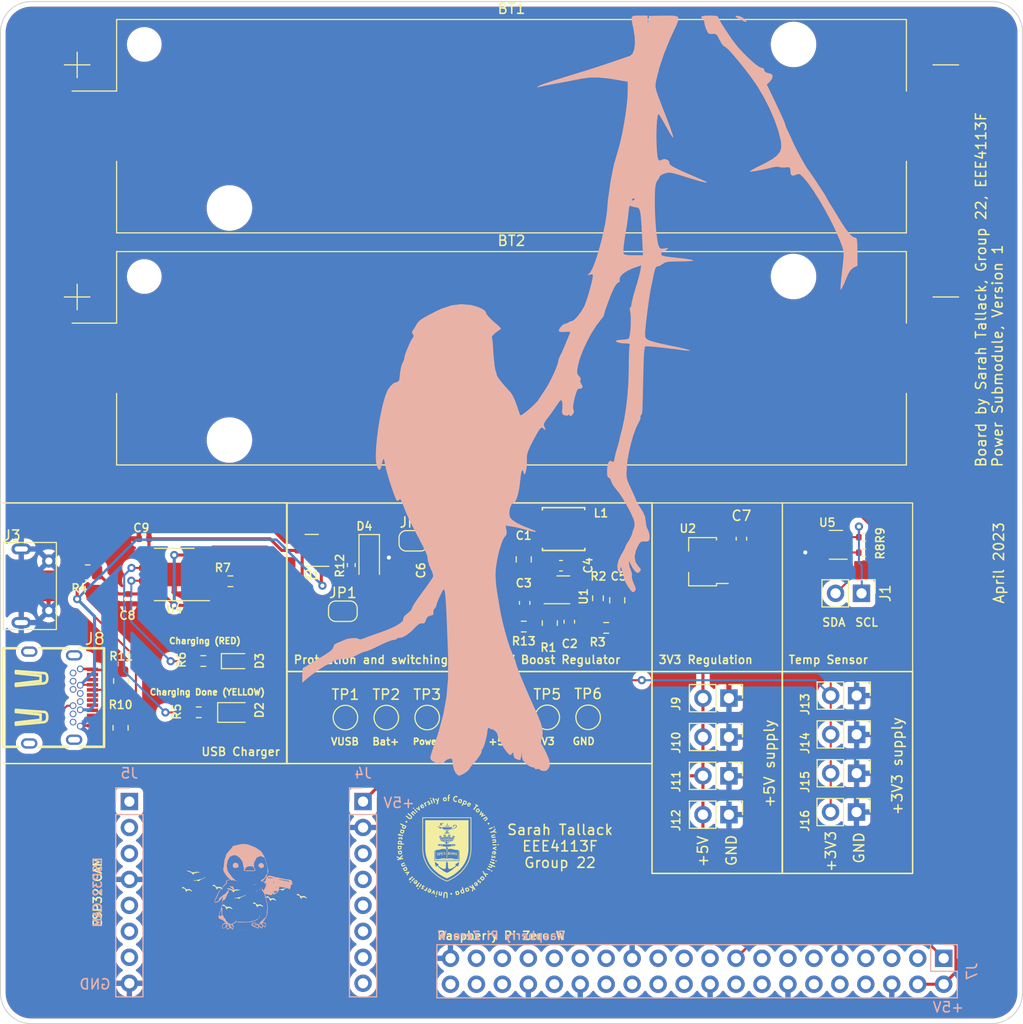
<source format=kicad_pcb>
(kicad_pcb (version 20211014) (generator pcbnew)
  (layers (0 "F.Cu" signal) (31 "B.Cu" signal) (34 "B.Paste" user) (35 "F.Paste" user) (36 "B.SilkS" user "B.Silkscreen") (37 "F.SilkS" user "F.Silkscreen") (38 "B.Mask" user) (39 "F.Mask" user) (44 "Edge.Cuts" user))
  (net 0 "")
  (net 1 "GND")
  (net 2 "/Sensors/SCL")
  (net 3 "/Sensors/SDA")
  (net 4 "Net-(L1-Pad2)")
  (net 5 "Net-(C2-Pad2)")
  (net 6 "Net-(C3-Pad2)")
  (net 7 "Net-(C3-Pad1)")
  (net 8 "Net-(C4-Pad1)")
  (net 9 "Net-(C8-Pad1)")
  (net 10 "Net-(D2-Pad1)")
  (net 11 "Net-(D3-Pad1)")
  (net 12 "/VoltageSupply/VUSB")
  (net 13 "Net-(R5-Pad2)")
  (net 14 "Net-(R6-Pad2)")
  (net 15 "Net-(R7-Pad1)")
  (net 18 "Net-(D4-Pad1)")
  (net 19 "/VoltageSupply/Bat+")
  (net 20 "/VoltageSupply/Power")
  (net 21 "/Microcontrollers/+5VReg")
  (net 22 "/Sensors/+3V3Reg")
  (net 23 "Net-(R2-Pad2)")
  (net 26 "/Microcontrollers/GPIO4")
  (net 27 "/Microcontrollers/GPIO2")
  (net 28 "/Microcontrollers/GPIO14")
  (net 29 "/Microcontrollers/GPIO15")
  (net 30 "/Microcontrollers/GPIO13")
  (net 31 "/Microcontrollers/GPIO12")
  (net 32 "/Microcontrollers/3.3V")
  (net 33 "/Microcontrollers/GPIO16")
  (net 34 "/Microcontrollers/GPIO0")
  (net 35 "/Microcontrollers/3.3V{slash}5V")
  (net 36 "/Microcontrollers/GPIO3")
  (net 37 "/Microcontrollers/GPIO1")
  (net 38 "/Microcontrollers/+3V3")
  (net 39 "/Microcontrollers/GPIO[2]{slash}SDA1")
  (net 40 "/Microcontrollers/GPIO[3]{slash}SCL1")
  (net 41 "/Microcontrollers/GPIO[4]{slash}GPCLK0")
  (net 42 "/Microcontrollers/GPIO[14]{slash}TXD0")
  (net 43 "/Microcontrollers/GPIO[15]{slash}RXD0")
  (net 44 "/Microcontrollers/GPIO[17]")
  (net 45 "/Microcontrollers/GPIO[18]{slash}PCM.CLK")
  (net 46 "/Microcontrollers/GPIO[27]")
  (net 47 "/Microcontrollers/GPIO[22]")
  (net 48 "/Microcontrollers/GPIO[23]")
  (net 49 "/Microcontrollers/GPIO[24]")
  (net 50 "/Microcontrollers/GPIO[10]{slash}SPI0.MOSI")
  (net 51 "/Microcontrollers/GPIO[9]{slash}SPI0.MISO")
  (net 52 "/Microcontrollers/GPIO[25]")
  (net 53 "/Microcontrollers/GPIO[11]{slash}SPI0.SCLK")
  (net 54 "/Microcontrollers/GPIO[8]{slash}SPI0.CE0")
  (net 55 "/Microcontrollers/GPIO[7]{slash}SPI0.CE1")
  (net 56 "/Microcontrollers/ID_SDA")
  (net 57 "/Microcontrollers/ID_SCL")
  (net 58 "/Microcontrollers/GPIO[5]")
  (net 59 "/Microcontrollers/GPIO[6]")
  (net 60 "/Microcontrollers/GPIO[12]{slash}PWM0")
  (net 61 "/Microcontrollers/GPIO[13]{slash}PWM1")
  (net 62 "/Microcontrollers/GPIO[19]{slash}PCM.FS")
  (net 63 "/Microcontrollers/GPIO[16]")
  (net 64 "/Microcontrollers/GPIO26")
  (net 65 "/Microcontrollers/GPIO[20]{slash}PCM.DIN")
  (net 66 "/Microcontrollers/GPIO[21]{slash}PCM.DOUT")
  (net 69 "Net-(J8-PadA5)")
  (net 77 "Net-(J8-PadB5)")
  (net 83 "/VoltageSupply/Reg")
  (footprint "Resistor_SMD:R_0402_1005Metric" (layer "F.Cu") (at 91.571574 96.731058 90)
    (fp_text reference "R12")
    (fp_text value "100k")
  )
  (footprint "Resistor_SMD:R_0805_2012Metric" (layer "F.Cu") (at 69 112.656142 -90)
    (fp_text reference "R10")
    (fp_text value "5.1k")
  )
  (footprint "TestPoint:TestPoint_Pad_D2.0mm" (layer "F.Cu") (at 99 111.656142)
    (fp_text reference "TP3")
    (fp_text value "TestPoint")
  )
  (footprint "LOGO" (layer "F.Cu") (at 81.5 129.5)
    (fp_text reference "G***" hide)
    (fp_text value "LOGO" hide)
  )
  (footprint "Resistor_SMD:R_0805_2012Metric" (layer "F.Cu") (at 65.780757 97.454584)
    (fp_text reference "R4")
    (fp_text value "330m")
  )
  (footprint "TestPoint:TestPoint_Pad_D2.0mm" (layer "F.Cu") (at 103 111.656142)
    (fp_text reference "TP7")
    (fp_text value "TestPoint")
  )
  (footprint "Package_TO_SOT_SMD:SOT-89-3" (layer "F.Cu") (at 126.25 96.406142 180)
    (fp_text reference "U2")
    (fp_text value "HT75xx-1-SOT89")
  )
  (footprint "Connector_PinHeader_2.54mm:PinHeader_1x02_P2.54mm_Vertical" (layer "F.Cu") (at 141.5 99.5 -90)
    (fp_text reference "J1")
    (fp_text value "Conn_01x02_Male")
  )
  (footprint "Connector_PinHeader_2.54mm:PinHeader_1x02_P2.54mm_Vertical" (layer "F.Cu") (at 128.525 121.156142 -90)
    (fp_text reference "J12")
    (fp_text value "Conn_01x02_Male")
  )
  (footprint "Capacitor_SMD:C_0402_1005Metric" (layer "F.Cu") (at 71.3 94.166142 180)
    (fp_text reference "C9")
    (fp_text value "10uF")
  )
  (footprint "LED_SMD:LED_0603_1608Metric" (layer "F.Cu") (at 80.346313 106.13688)
    (fp_text reference "D3")
    (fp_text value "RLED")
  )
  (footprint "Capacitor_SMD:C_0805_2012Metric" (layer "F.Cu") (at 108.448019 96.180404 90)
    (fp_text reference "C1")
    (fp_text value "4.7u")
  )
  (footprint "TestPoint:TestPoint_Pad_D2.0mm" (layer "F.Cu") (at 95 111.656142)
    (fp_text reference "TP2")
    (fp_text value "TestPoint")
  )
  (footprint "TestPoint:TestPoint_Pad_D2.0mm" (layer "F.Cu") (at 110.75 111.632996)
    (fp_text reference "TP5")
    (fp_text value "TestPoint")
  )
  (footprint "Package_TO_SOT_SMD:SOT-23" (layer "F.Cu") (at 87.703163 95.297117 180)
    (fp_text reference "Q1")
    (fp_text value "Si2301CDS")
  )
  (footprint "Capacitor_SMD:C_0805_2012Metric" (layer "F.Cu") (at 117.600926 100.179746 90)
    (fp_text reference "C5")
    (fp_text value "1u")
  )
  (footprint "Battery:BatteryHolder_Keystone_1042_1x18650" (layer "F.Cu") (at 107.25 53.79)
    (fp_text reference "BT1")
    (fp_text value "Li-Ion Battery")
  )
  (footprint "Resistor_SMD:R_0603_1608Metric" (layer "F.Cu") (at 79.75 98.318161)
    (fp_text reference "R7")
    (fp_text value "1.2k")
  )
  (footprint "Resistor_SMD:R_0603_1608Metric" (layer "F.Cu") (at 115.7101 99.979559 -90)
    (fp_text reference "R2")
    (fp_text value "180k")
  )
  (footprint "Capacitor_SMD:C_0402_1005Metric" (layer "F.Cu") (at 69.750812 100.044799 -90)
    (fp_text reference "C8")
    (fp_text value "10uF")
  )
  (footprint "Resistor_SMD:R_0603_1608Metric" (layer "F.Cu") (at 108.448725 102.75 180)
    (fp_text reference "R13")
    (fp_text value "1k")
  )
  (footprint "SarahFootprints:USB-TYPE-C-TH_USB-306A-B-SU" (layer "F.Cu") (at 63.155 109.696315 -90)
    (fp_text reference "J8")
    (fp_text value "USB_C_Receptacle" hide)
  )
  (footprint "Resistor_SMD:R_0603_1608Metric" (layer "F.Cu") (at 76.6475 111.141142 180)
    (fp_text reference "R5")
    (fp_text value "1k")
  )
  (footprint "TestPoint:TestPoint_Pad_D2.0mm" (layer "F.Cu") (at 114.75 111.632996)
    (fp_text reference "TP6")
    (fp_text value "TestPoint")
  )
  (footprint "Jumper:SolderJumper-2_P1.3mm_Open_RoundedPad1.0x1.5mm" (layer "F.Cu") (at 90.75 101.25)
    (fp_text reference "JP1")
    (fp_text value "Jumper_2_Open")
  )
  (footprint "SarahFootprints:C404969_Micro_USB" (layer "F.Cu") (at 57.575636 98.761938 90)
    (fp_text reference "J3")
    (fp_text value "USB_Micro_B_Female_Connector")
  )
  (footprint "Capacitor_SMD:C_0603_1608Metric" (layer "F.Cu") (at 129.75 94.156142 90)
    (fp_text reference "C7")
    (fp_text value "100n")
  )
  (footprint "Capacitor_SMD:C_0603_1608Metric" (layer "F.Cu") (at 112.905423 102.275685 90)
    (fp_text reference "C2")
    (fp_text value "100n")
  )
  (footprint "LOGO" (layer "F.Cu") (at 101 124.25)
    (fp_text reference "G***" hide)
    (fp_text value "LOGO" hide)
  )
  (footprint "Resistor_SMD:R_0402_1005Metric" (layer "F.Cu") (at 141.75 94.009432 180)
    (fp_text reference "R9")
    (fp_text value "10k")
  )
  (footprint "Battery:BatteryHolder_Keystone_1042_1x18650" (layer "F.Cu") (at 107.25 76.5)
    (fp_text reference "BT2")
    (fp_text value "Li-Ion Battery")
  )
  (footprint "Connector_PinHeader_2.54mm:PinHeader_1x02_P2.54mm_Vertical" (layer "F.Cu") (at 141.025 117.106142 -90)
    (fp_text reference "J15")
    (fp_text value "Conn_01x02_Male")
  )
  (footprint "Capacitor_SMD:C_0603_1608Metric" (layer "F.Cu") (at 112.094018 96.797165 180)
    (fp_text reference "C4")
    (fp_text value "100n")
  )
  (footprint "Package_SO:HSOP-8-1EP_3.9x4.9mm_P1.27mm_EP2.3x2.3mm" (layer "F.Cu") (at 74.25 97.656142 180)
    (fp_text reference "U4")
    (fp_text value "TP4056_1")
  )
  (footprint "TestPoint:TestPoint_Pad_D2.0mm" (layer "F.Cu") (at 91 111.656142)
    (fp_text reference "TP1")
    (fp_text value "TestPoint")
  )
  (footprint "Diode_SMD:D_SOD-123" (layer "F.Cu") (at 93.329492 95.9953 -90)
    (fp_text reference "D4")
    (fp_text value "Diode")
  )
  (footprint "Capacitor_SMD:C_0603_1608Metric" (layer "F.Cu") (at 100.461631 97.230718)
    (fp_text reference "C6")
    (fp_text value "100n")
  )
  (footprint "Package_SON:WSON-10-1EP_2.5x2.5mm_P0.5mm_EP1.2x2mm" (layer "F.Cu") (at 111.698019 99.155075)
    (fp_text reference "U1")
    (fp_text value "TPS63030DSKR")
  )
  (footprint "Resistor_SMD:R_0603_1608Metric" (layer "F.Cu") (at 116.521264 102.880355)
    (fp_text reference "R3")
    (fp_text value "20k")
  )
  (footprint "Connector_PinHeader_2.54mm:PinHeader_1x02_P2.54mm_Vertical" (layer "F.Cu") (at 141.025 113.306142 -90)
    (fp_text reference "J14")
    (fp_text value "Conn_01x02_Male")
  )
  (footprint "Connector_PinHeader_2.54mm:PinHeader_1x02_P2.54mm_Vertical" (layer "F.Cu") (at 141.012716 120.906142 -90)
    (fp_text reference "J16")
    (fp_text value "Conn_01x02_Male")
  )
  (footprint "Connector_PinHeader_2.54mm:PinHeader_1x02_P2.54mm_Vertical" (layer "F.Cu") (at 128.525 117.356142 -90)
    (fp_text reference "J11")
    (fp_text value "Conn_01x02_Male")
  )
  (footprint "Resistor_SMD:R_0603_1608Metric" (layer "F.Cu") (at 77.096313 106.12134 180)
    (fp_text reference "R6")
    (fp_text value "1k")
  )
  (footprint "Capacitor_SMD:C_0603_1608Metric" (layer "F.Cu") (at 108.538762 100.432441 90)
    (fp_text reference "C3")
    (fp_text value "100n")
  )
  (footprint "SarahFootprints:IND-SMD_L4.0-W4.0" (layer "F.Cu") (at 112.349862 93.210018)
    (fp_text reference "L1")
    (fp_text value "4.7u" hide)
  )
  (footprint "Resistor_SMD:R_0402_1005Metric" (layer "F.Cu") (at 141.738711 95.522068 180)
    (fp_text reference "R8")
    (fp_text value "10k")
  )
  (footprint "Jumper:SolderJumper-2_P1.3mm_Open_RoundedPad1.0x1.5mm" (layer "F.Cu") (at 97.648905 94.359409)
    (fp_text reference "JP2")
    (fp_text value "Jumper_2_Open")
  )
  (footprint "Connector_PinHeader_2.54mm:PinHeader_1x02_P2.54mm_Vertical" (layer "F.Cu") (at 141.025 109.506142 -90)
    (fp_text reference "J13")
    (fp_text value "Conn_01x02_Male")
  )
  (footprint "Resistor_SMD:R_0805_2012Metric" (layer "F.Cu") (at 111 102.4125 -90)
    (fp_text reference "R1")
    (fp_text value "200k")
  )
  (footprint "Connector_PinHeader_2.54mm:PinHeader_1x02_P2.54mm_Vertical" (layer "F.Cu") (at 128.525 109.756142 -90)
    (fp_text reference "J9")
    (fp_text value "Conn_01x02_Male")
  )
  (footprint "Connector_PinHeader_2.54mm:PinHeader_1x02_P2.54mm_Vertical" (layer "F.Cu") (at 128.525 113.556142 -90)
    (fp_text reference "J10")
    (fp_text value "Conn_01x02_Male")
  )
  (footprint "TestPoint:TestPoint_Pad_D2.0mm" (layer "F.Cu") (at 106.75 111.632996)
    (fp_text reference "TP4")
    (fp_text value "TestPoint")
  )
  (footprint "LED_SMD:LED_0805_2012Metric" (layer "F.Cu") (at 80.1875 111.156142)
    (fp_text reference "D2")
    (fp_text value "YLED")
  )
  (footprint "Resistor_SMD:R_0805_2012Metric" (layer "F.Cu") (at 69.055645 108.073079 -90)
    (fp_text reference "R11")
    (fp_text value "5.1k")
  )
  (footprint "Sensor_Humidity:Sensirion_DFN-8-1EP_2.5x2.5mm_P0.5mm_EP1.1x1.7mm" (layer "F.Cu") (at 139 94.75 180)
    (fp_text reference "U5")
    (fp_text value "SHT30-DIS")
  )
  (footprint "LOGO" (layer "B.Cu") (at 81.365491 128.662288 180)
    (fp_text reference "G***" hide)
    (fp_text value "LOGO" hide)
  )
  (footprint "Connector_PinSocket_2.54mm:PinSocket_1x08_P2.54mm_Vertical" (layer "B.Cu") (at 92.725 119.875 180)
    (fp_text reference "J4")
    (fp_text value "Conn_01x08_Male")
  )
  (footprint "Connector_PinSocket_2.54mm:PinSocket_2x20_P2.54mm_Vertical" (layer "B.Cu") (at 149.54 135.21 90)
    (fp_text reference "J7")
    (fp_text value "GPIO")
  )
  (footprint "LOGO" (layer "B.Cu") (at 114 85.5 180)
    (fp_text reference "G***" hide)
    (fp_text value "LOGO" hide)
  )
  (footprint "Connector_PinSocket_2.54mm:PinSocket_1x08_P2.54mm_Vertical" (layer "B.Cu") (at 69.859465 119.875 180)
    (fp_text reference "J5")
    (fp_text value "Conn_01x08_Male")
  )
  (gr_rect (start 105.23347 90.666056) (end 85.291046 107.149006) (layer "F.SilkS") (width 0.15) (fill none))
  (gr_line (start 85.5 116.156142) (end 57.5 116.156142) (layer "F.SilkS") (width 0.15))
  (gr_rect (start 133.75 90.656142) (end 146.5 107.156142) (layer "F.SilkS") (width 0.12) (fill none))
  (gr_rect (start 105.25 90.656142) (end 121 107.156142) (layer "F.SilkS") (width 0.15) (fill none))
  (gr_rect (start 121 90.656142) (end 133.75 107.156142) (layer "F.SilkS") (width 0.12) (fill none))
  (gr_line (start 57.5 90.656142) (end 85.25 90.656142) (layer "F.SilkS") (width 0.15))
  (gr_rect (start 133.75 107.156142) (end 146.5 126.906142) (layer "F.SilkS") (width 0.15) (fill none))
  (gr_rect (start 121 107.156142) (end 133.75 126.906142) (layer "F.SilkS") (width 0.15) (fill none))
  (gr_line (start 85.25 90.656142) (end 85.25 116.156142) (layer "F.SilkS") (width 0.15))
  (gr_rect (start 85.291046 107.149006) (end 121 116.156142) (layer "F.SilkS") (width 0.15) (fill none))
  (gr_line (start 60.25 41.59264) (end 154.25736 41.59264) (layer "Edge.Cuts") (width 0.1))
  (gr_arc (start 60.25 141.6) (mid 58.12868 140.72132) (end 57.25 138.6) (layer "Edge.Cuts") (width 0.1))
  (gr_arc (start 154.25736 41.59264) (mid 156.37868 42.47132) (end 157.25736 44.59264) (layer "Edge.Cuts") (width 0.1))
  (gr_line (start 57.25 44.59264) (end 57.25 138.6) (layer "Edge.Cuts") (width 0.1))
  (gr_line (start 157.25 138.6) (end 157.25736 44.59264) (layer "Edge.Cuts") (width 0.1))
  (gr_arc (start 57.25 44.59264) (mid 58.12868 42.47132) (end 60.25 41.59264) (layer "Edge.Cuts") (width 0.1))
  (gr_line (start 60.25 141.6) (end 154.25 141.6) (layer "Edge.Cuts") (width 0.1))
  (gr_arc (start 157.25 138.6) (mid 156.37132 140.72132) (end 154.25 141.6) (layer "Edge.Cuts") (width 0.1))
  (gr_text "GND\n" (at 66.5 137.75) (layer "B.SilkS") (effects (font (size 1 1)) (justify mirror)))
  (gr_text "+5V" (at 96.25 120) (layer "B.SilkS") (effects (font (size 1 1)) (justify mirror)))
  (gr_text "+5V" (at 150 140) (layer "B.SilkS") (effects (font (size 1 1)) (justify mirror)))
  (gr_text "ESP32 CAM" (at 66.75 128.75 90) (layer "B.SilkS") (effects (font (size 0.8 0.8)) (justify mirror)))
  (gr_text "Raspberry Pi Zero W" (at 106.25 133) (layer "B.SilkS") (effects (font (size 0.8 0.8)) (justify mirror)))
  (gr_text "USB Charger" (at 80.75 115) (layer "F.SilkS") (effects (font (size 0.8 0.8))))
  (gr_text "Bat+" (at 94.95 114.006142) (layer "F.SilkS") (effects (font (size 0.7 0.7))))
  (gr_text "Board by Sarah Tallack, Group 22, EEE4113F\nPower Submodule, Version 1" (at 154 87.25 90) (layer "F.SilkS") (effects (font (size 1 1)) (justify left)))
  (gr_text "Charging Done (YELLOW)" (at 77.487115 109.166467) (layer "F.SilkS") (effects (font (size 0.6 0.6))))
  (gr_text "5V Boost Regulator" (at 112 106) (layer "F.SilkS") (effects (font (size 0.8 0.8))))
  (gr_text "Temp Sensor" (at 138.25 106) (layer "F.SilkS") (effects (font (size 0.8 0.8))))
  (gr_text "+5V\n" (at 125.980093 124.747124 90) (layer "F.SilkS") (effects (font (size 1 1))))
  (gr_text "GND" (at 128.775 124.656142 90) (layer "F.SilkS") (effects (font (size 1 1))))
  (gr_text "Charging (RED)\n" (at 77.25 104.156142) (layer "F.SilkS") (effects (font (size 0.6 0.6))))
  (gr_text "+3V3 supply\n" (at 145 116.406142 90) (layer "F.SilkS") (effects (font (size 1 1))))
  (gr_text "+5V supply" (at 132.5 116.156142 90) (layer "F.SilkS") (effects (font (size 1 1))))
  (gr_text "Power" (at 98.95 114.006142) (layer "F.SilkS") (effects (font (size 0.6 0.6))))
  (gr_text "April 2023" (at 154.94 96.52 90) (layer "F.SilkS") (effects (font (size 1 1))))
  (gr_text "3V3 Regulation" (at 126.25 106) (layer "F.SilkS") (effects (font (size 0.8 0.8))))
  (gr_text "+3V3" (at 138.5 124.75 90) (layer "F.SilkS") (effects (font (size 1 1))))
  (gr_text "SDA" (at 138.79 102.343858) (layer "F.SilkS") (effects (font (size 0.8 0.8))))
  (gr_text "Protection and switching" (at 93.5 106) (layer "F.SilkS") (effects (font (size 0.8 0.8))))
  (gr_text "Reg" (at 103 114) (layer "F.SilkS") (effects (font (size 0.6 0.6))))
  (gr_text "+3V3" (at 110.064744 113.982996) (layer "F.SilkS") (effects (font (size 0.7 0.7))))
  (gr_text "SCL" (at 142 102.343858) (layer "F.SilkS") (effects (font (size 0.8 0.8))))
  (gr_text "GND" (at 114.314744 113.982996) (layer "F.SilkS") (effects (font (size 0.7 0.7))))
  (gr_text "GND" (at 141.262716 124.406142 90) (layer "F.SilkS") (effects (font (size 1 1))))
  (gr_text "VUSB" (at 90.95 114.006142) (layer "F.SilkS") (effects (font (size 0.7 0.7))))
  (gr_text "Sarah Tallack\nEEE4113F\nGroup 22" (at 112 124.25) (layer "F.SilkS") (effects (font (size 1 1))))
  (gr_text "ESP32 CAM" (at 66.75 128.75 90) (layer "F.SilkS") (effects (font (size 0.8 0.8))))
  (gr_text "Raspberry Pi Zero W" (at 106.25 133) (layer "F.SilkS") (effects (font (size 0.8 0.8))))
  (gr_text "+5V" (at 106.064744 114.000358) (layer "F.SilkS") (effects (font (size 0.7 0.7))))
  (segment (start 69.055645 107.160579) (end 68.891381 106.996315) (width 0.25) (layer "F.Cu") (net 1))
  (segment (start 68.891381 106.996315) (end 66.75 106.996315) (width 0.25) (layer "F.Cu") (net 1))
  (segment (start 111.319018 96.797165) (end 111.350926 96.829073) (width 0.2) (layer "F.Cu") (net 1))
  (segment (start 111.350926 98.807982) (end 111.698019 99.155075) (width 0.2) (layer "F.Cu") (net 1))
  (segment (start 59.450636 99.411938) (end 59.300636 99.561938) (width 0.25) (layer "F.Cu") (net 1))
  (segment (start 66.2 106.896315) (end 66.25 106.946315) (width 0.25) (layer "F.Cu") (net 1))
  (segment (start 137.825 95) (end 137.825 95.5) (width 0.2) (layer "F.Cu") (net 1))
  (segment (start 140.175 95) (end 139.25 95) (width 0.2) (layer "F.Cu") (net 1))
  (segment (start 111.350926 96.829073) (end 111.350926 98.807982) (width 0.2) (layer "F.Cu") (net 1))
  (segment (start 61.950636 101.161938) (end 61.975636 101.186938) (width 0.25) (layer "F.Cu") (net 1))
  (segment (start 66.25 112.446315) (end 65.1 112.446315) (width 0.25) (layer "F.Cu") (net 1))
  (segment (start 61.950636 99.411938) (end 59.450636 99.411938) (width 0.25) (layer "F.Cu") (net 1))
  (segment (start 65.1 112.446315) (end 65.05 112.496315) (width 0.25) (layer "F.Cu") (net 1))
  (segment (start 137.825 95.5) (end 138.5 95.5) (width 0.2) (layer "F.Cu") (net 1))
  (segment (start 76.725 97.021142) (end 75.206203 97.021142) (width 0.2) (layer "F.Cu") (net 1))
  (segment (start 68.297327 112.446315) (end 69 111.743642) (width 0.25) (layer "F.Cu") (net 1))
  (segment (start 110.485519 97.630664) (end 111.319018 96.797165) (width 0.2) (layer "F.Cu") (net 1))
  (segment (start 61.950636 99.411938) (end 61.950636 101.161938) (width 0.25) (layer "F.Cu") (net 1))
  (segment (start 110.485519 98.155075) (end 110.485519 97.630664) (width 0.2) (layer "F.Cu") (net 1))
  (segment (start 66.25 112.446315) (end 68.297327 112.446315) (width 0.25) (layer "F.Cu") (net 1))
  (segment (start 65.05 106.896315) (end 66.2 106.896315) (width 0.25) (layer "F.Cu") (net 1))
  (segment (start 137.825 95.5) (end 136 95.5) (width 0.2) (layer "F.Cu") (net 1))
  (via (at 136 95.5) (size 0.8) (drill 0.4) (layers "F.Cu" "B.Cu") (net 1))
  (via (at 95.25 96) (size 0.8) (drill 0.4) (layers "F.Cu" "B.Cu") (net 1))
  (segment (start 140.175 94) (end 141.230568 94) (width 0.2) (layer "F.Cu") (net 2))
  (segment (start 141.24 94.027428) (end 141.24 92.972572) (width 0.2) (layer "F.Cu") (net 2))
  (segment (start 141.24 92.972572) (end 141.24961 92.962962) (width 0.2) (layer "F.Cu") (net 2))
  (via (at 141.24961 92.962962) (size 0.8) (drill 0.4) (layers "F.Cu" "B.Cu") (net 2))
  (segment (start 141.24961 92.962962) (end 141.24961 96.49961) (width 0.2) (layer "B.Cu") (net 2))
  (segment (start 141.525 96.775) (end 141.525 99.5) (width 0.2) (layer "B.Cu") (net 2))
  (segment (start 141.24961 96.49961) (end 141.525 96.775) (width 0.2) (layer "B.Cu") (net 2))
  (segment (start 140.175 95.5) (end 141.206643 95.5) (width 0.2) (layer "F.Cu") (net 3))
  (segment (start 140.175 98.31) (end 138.985 99.5) (width 0.2) (layer "F.Cu") (net 3))
  (segment (start 140.175 95.5) (end 140.175 98.31) (width 0.2) (layer "F.Cu") (net 3))
  (segment (start 113.949862 93.210018) (end 113.949862 98.153232) (width 0.2) (layer "F.Cu") (net 4))
  (segment (start 113.448019 98.655075) (end 112.910519 98.655075) (width 0.2) (layer "F.Cu") (net 4))
  (segment (start 113.949862 98.153232) (end 113.448019 98.655075) (width 0.2) (layer "F.Cu") (net 4))
  (segment (start 111 101.5) (end 112.89745 101.5) (width 0.2) (layer "F.Cu") (net 5))
  (segment (start 112.910519 101.486931) (end 112.901043 101.496407) (width 0.2) (layer "F.Cu") (net 5))
  (segment (start 112.89745 101.5) (end 112.901043 101.496407) (width 0.2) (layer "F.Cu") (net 5))
  (segment (start 112.910519 100.155075) (end 112.910519 101.486931) (width 0.2) (layer "F.Cu") (net 5))
  (segment (start 110.485519 99.155075) (end 109.041128 99.155075) (width 0.2) (layer "F.Cu") (net 6))
  (segment (start 109.041128 99.155075) (end 108.538762 99.657441) (width 0.2) (layer "F.Cu") (net 6))
  (segment (start 109.600926 99.929746) (end 109.875597 99.655075) (width 0.2) (layer "F.Cu") (net 7))
  (segment (start 108.538762 101.207441) (end 108.933305 101.207441) (width 0.2) (layer "F.Cu") (net 7))
  (segment (start 109.875597 99.655075) (end 110.485519 99.655075) (width 0.2) (layer "F.Cu") (net 7))
  (segment (start 109.600926 100.53982) (end 109.600926 99.929746) (width 0.2) (layer "F.Cu") (net 7))
  (segment (start 108.933305 101.207441) (end 109.600926 100.53982) (width 0.2) (layer "F.Cu") (net 7))
  (segment (start 112.913925 96.797561) (end 112.913925 98.151669) (width 0.2) (layer "F.Cu") (net 8))
  (segment (start 112.913925 98.151669) (end 112.910519 98.155075) (width 0.2) (layer "F.Cu") (net 8))
  (segment (start 73.155 99.57907) (end 74.251203 100.675273) (width 0.3) (layer "F.Cu") (net 9))
  (segment (start 81.133813 102.042344) (end 81.133813 106.13688) (width 0.3) (layer "F.Cu") (net 9))
  (segment (start 79.766743 100.675273) (end 80.045735 100.954265) (width 0.3) (layer "F.Cu") (net 9))
  (segment (start 71.775 99.561142) (end 68.799815 99.561142) (width 0.3) (layer "F.Cu") (net 9))
  (segment (start 74.251203 100.675273) (end 79.766743 100.675273) (width 0.3) (layer "F.Cu") (net 9))
  (segment (start 81.125 111.156142) (end 81.125 106.145693) (width 0.2) (layer "F.Cu") (net 9))
  (segment (start 73.155 99.561142) (end 73.155 99.57907) (width 0.3) (layer "F.Cu") (net 9))
  (segment (start 76.725 95.751142) (end 74.25 95.751142) (width 0.3) (layer "F.Cu") (net 9))
  (segment (start 68.799815 99.561142) (end 66.693257 97.454584) (width 0.3) (layer "F.Cu") (net 9))
  (segment (start 80.045735 100.954265) (end 81.133813 102.042344) (width 0.3) (layer "F.Cu") (net 9))
  (segment (start 73.155 99.561142) (end 71.775 99.561142) (width 0.3) (layer "F.Cu") (net 9))
  (segment (start 79.782728 100.691259) (end 80.045735 100.954265) (width 0.3) (layer "F.Cu") (net 9))
  (via (at 74.25 95.751142) (size 0.8) (drill 0.4) (layers "F.Cu" "B.Cu") (net 9))
  (via (at 74.251203 100.675273) (size 0.8) (drill 0.4) (layers "F.Cu" "B.Cu") (net 9))
  (segment (start 74.25 95.751142) (end 74.25 100.67407) (width 0.3) (layer "B.Cu") (net 9))
  (segment (start 74.25 100.67407) (end 74.251203 100.675273) (width 0.3) (layer "B.Cu") (net 9))
  (segment (start 77.4725 111.141142) (end 79.235 111.141142) (width 0.2) (layer "F.Cu") (net 10))
  (segment (start 79.235 111.141142) (end 79.25 111.156142) (width 0.2) (layer "F.Cu") (net 10))
  (segment (start 77.936853 106.13688) (end 77.921313 106.12134) (width 0.2) (layer "F.Cu") (net 11))
  (segment (start 79.558813 106.13688) (end 77.936853 106.13688) (width 0.2) (layer "F.Cu") (net 11))
  (segment (start 64.75 97.572841) (end 64.868257 97.454584) (width 0.3) (layer "F.Cu") (net 12))
  (segment (start 88.656142 114) (end 74.25 114) (width 0.2) (layer "F.Cu") (net 12))
  (segment (start 66.25 110.946315) (end 65.1 110.946315) (width 0.2) (layer "F.Cu") (net 12))
  (segment (start 74.25 114) (end 70.5 110.25) (width 0.2) (layer "F.Cu") (net 12))
  (segment (start 93.329492 97.6453) (end 93.329492 96.673446) (width 0.3) (layer "F.Cu") (net 12))
  (segment (start 93.329492 96.673446) (end 92.903163 96.247117) (width 0.3) (layer "F.Cu") (net 12))
  (segment (start 70.5 110.25) (end 70.5 105.806142) (width 0.2) (layer "F.Cu") (net 12))
  (segment (start 65.1 110.946315) (end 65.05 110.896315) (width 0.2) (layer "F.Cu") (net 12))
  (segment (start 61.975 97.471142) (end 64.851699 97.471142) (width 0.3) (layer "F.Cu") (net 12))
  (segment (start 65.1 108.446315) (end 65.05 108.496315) (width 0.2) (layer "F.Cu") (net 12))
  (segment (start 70.5 105.806142) (end 64.75 100.056142) (width 0.2) (layer "F.Cu") (net 12))
  (segment (start 88.640663 98.640663) (end 88.75 98.75) (width 0.3) (layer "F.Cu") (net 12))
  (segment (start 88.640663 96.247117) (end 88.640663 98.640663) (width 0.3) (layer "F.Cu") (net 12))
  (segment (start 92.903163 96.247117) (end 88.640663 96.247117) (width 0.3) (layer "F.Cu") (net 12))
  (segment (start 64.851699 97.471142) (end 64.868257 97.454584) (width 0.3) (layer "F.Cu") (net 12))
  (segment (start 64.75 100.056142) (end 64.75 97.572841) (width 0.3) (layer "F.Cu") (net 12))
  (segment (start 91 111.656142) (end 88.656142 114) (width 0.2) (layer "F.Cu") (net 12))
  (segment (start 66.25 108.446315) (end 65.1 108.446315) (width 0.2) (layer "F.Cu") (net 12))
  (via (at 64.75 100.056142) (size 0.8) (drill 0.4) (layers "F.Cu" "B.Cu") (net 12))
  (via (at 88.75 98.75) (size 0.8) (drill 0.4) (layers "F.Cu" "B.Cu") (net 12))
  (segment (start 84.25 94.25) (end 70.556142 94.25) (width 0.25) (layer "B.Cu") (net 12))
  (segment (start 65.977535 110.896315) (end 66.450001 110.423849) (width 0.3) (layer "B.Cu") (net 12))
  (segment (start 65.05 108.496315) (end 66.450001 107.096314) (width 0.3) (layer "B.Cu") (net 12))
  (segment (start 66.450001 101.756143) (end 64.75 100.056142) (width 0.3) (layer "B.Cu") (net 12))
  (segment (start 65.977535 110.896315) (end 65.05 110.896315) (width 0.3) (layer "B.Cu") (net 12))
  (segment (start 66.450001 107.096314) (end 66.450001 110.423849) (width 0.3) (layer "B.Cu") (net 12))
  (segment (start 66.450001 106.406142) (end 66.450001 101.756143) (width 0.3) (layer "B.Cu") (net 12))
  (segment (start 66.450001 107.096314) (end 66.450001 106.406142) (width 0.3) (layer "B.Cu") (net 12))
  (segment (start 88.75 98.75) (end 84.25 94.25) (width 0.25) (layer "B.Cu") (net 12))
  (segment (start 70.556142 94.25) (end 64.75 100.056142) (width 0.25) (layer "B.Cu") (net 12))
  (segment (start 73.385 111.156142) (end 75.8075 111.156142) (width 0.2) (layer "F.Cu") (net 13))
  (segment (start 70.067569 97.016142) (end 71.77 97.016142) (width 0.2) (layer "F.Cu") (net 13))
  (segment (start 71.77 97.016142) (end 71.775 97.021142) (width 0.2) (layer "F.Cu") (net 13))
  (via (at 70.067569 97.016142) (size 0.8) (drill 0.4) (layers "F.Cu" "B.Cu") (net 13))
  (via (at 73.385 111.156142) (size 0.8) (drill 0.4) (layers "F.Cu" "B.Cu") (net 13))
  (segment (start 69.35 97.733711) (end 69.35 107.121142) (width 0.2) (layer "B.Cu") (net 13))
  (segment (start 70.067569 97.016142) (end 69.35 97.733711) (width 0.2) (layer "B.Cu") (net 13))
  (segment (start 69.35 107.121142) (end 73.385 111.156142) (width 0.2) (layer "B.Cu") (net 13))
  (segment (start 76.250558 106.142095) (end 76.271313 106.12134) (width 0.2) (layer "F.Cu") (net 14))
  (segment (start 70.05 98.266142) (end 71.75 98.266142) (width 0.2) (layer "F.Cu") (net 14))
  (segment (start 73.896313 106.142095) (end 76.250558 106.142095) (width 0.2) (layer "F.Cu") (net 14))
  (via (at 70.05 98.266142) (size 0.8) (drill 0.4) (layers "F.Cu" "B.Cu") (net 14))
  (via (at 73.896313 106.142095) (size 0.8) (drill 0.4) (layers "F.Cu" "B.Cu") (net 14))
  (segment (start 73.896313 106.142095) (end 70.05 102.295782) (width 0.2) (layer "B.Cu") (net 14))
  (segment (start 70.05 102.295782) (end 70.05 98.266142) (width 0.2) (layer "B.Cu") (net 14))
  (segment (start 78.897981 98.291142) (end 78.925 98.318161) (width 0.25) (layer "F.Cu") (net 15))
  (segment (start 76.725 98.291142) (end 78.897981 98.291142) (width 0.25) (layer "F.Cu") (net 15))
  (segment (start 97.138845 99.424927) (end 95.302791 101.260981) (width 0.3) (layer "F.Cu") (net 18))
  (segment (start 95.302791 101.260981) (end 91.410981 101.260981) (width 0.3) (layer "F.Cu") (net 18))
  (segment (start 91.410981 101.260981) (end 91.4 101.25) (width 0.3) (layer "F.Cu") (net 18))
  (segment (start 97.138845 94.358028) (end 97.138845 99.424927) (width 0.3) (layer "F.Cu") (net 18))
  (segment (start 88.64248 94.3453) (end 93.329492 94.3453) (width 0.3) (layer "F.Cu") (net 18))
  (segment (start 88.640663 94.347117) (end 88.64248 94.3453) (width 0.3) (layer "F.Cu") (net 18))
  (segment (start 93.329492 94.3453) (end 93.34222 94.358028) (width 0.3) (layer "F.Cu") (net 18))
  (segment (start 93.34222 94.358028) (end 97.138845 94.358028) (width 0.3) (layer "F.Cu") (net 18))
  (segment (start 67.92 53.79) (end 67.92 76.5) (width 0.5) (layer "F.Cu") (net 19))
  (segment (start 67.92 88.42) (end 71.78 92.28) (width 0.5) (layer "F.Cu") (net 19))
  (segment (start 71.775 95.751142) (end 71.775 94.343606) (width 0.3) (layer "F.Cu") (net 19))
  (segment (start 90.113845 101.260981) (end 90.113845 106.769987) (width 0.3) (layer "F.Cu") (net 19))
  (segment (start 84.765394 95.299876) (end 86.762904 95.299876) (width 0.3) (layer "F.Cu") (net 19))
  (segment (start 71.78 92.28) (end 71.78 94.166142) (width 0.5) (layer "F.Cu") (net 19))
  (segment (start 86.765663 95.297117) (end 86.765663 99.265663) (width 0.3) (layer "F.Cu") (net 19))
  (segment (start 86.765663 99.265663) (end 88.75 101.25) (width 0.3) (layer "F.Cu") (net 19))
  (segment (start 95 111.656142) (end 90.113845 106.769987) (width 0.2) (layer "F.Cu") (net 19))
  (segment (start 83.63166 94.166142) (end 84.765394 95.299876) (width 0.3) (layer "F.Cu") (net 19))
  (segment (start 71.78 94.166142) (end 83.63166 94.166142) (width 0.3) (layer "F.Cu") (net 19))
  (segment (start 67.92 76.5) (end 67.92 88.42) (width 0.5) (layer "F.Cu") (net 19))
  (segment (start 88.75 101.25) (end 90.1 101.25) (width 0.3) (layer "F.Cu") (net 19))
  (segment (start 86.762904 95.299876) (end 86.765663 95.297117) (width 0.3) (layer "F.Cu") (net 19))
  (segment (start 99 108.75) (end 105 102.75) (width 0.2) (layer "F.Cu") (net 20))
  (segment (start 106.25337 100.179452) (end 107.600926 100.179452) (width 0.2) (layer "F.Cu") (net 20))
  (segment (start 99 111.656142) (end 99 108.75) (width 0.2) (layer "F.Cu") (net 20))
  (segment (start 105 102.75) (end 107.623725 102.75) (width 0.2) (layer "F.Cu") (net 20))
  (segment (start 106.25 100.176082) (end 102.651823 100.176082) (width 0.2) (layer "F.Cu") (net 20))
  (segment (start 110.485519 98.655075) (end 108.897456 98.655075) (width 0.2) (layer "F.Cu") (net 20))
  (segment (start 110.749862 95.057459) (end 108.676917 97.130404) (width 0.2) (layer "F.Cu") (net 20))
  (segment (start 108.897456 98.655075) (end 108.384161 98.14178) (width 0.2) (layer "F.Cu") (net 20))
  (segment (start 107.600926 102.727201) (end 107.623725 102.75) (width 0.2) (layer "F.Cu") (net 20))
  (segment (start 102.641909 100.185996) (end 99.686631 97.230718) (width 0.2) (layer "F.Cu") (net 20))
  (segment (start 99.689468 94.391837) (end 99.65704 94.359409) (width 0.3) (layer "F.Cu") (net 20))
  (segment (start 107.600926 98.925015) (end 107.600926 100.179452) (width 0.2) (layer "F.Cu") (net 20))
  (segment (start 108.676917 97.130404) (end 108.448019 97.130404) (width 0.2) (layer "F.Cu") (net 20))
  (segment (start 99.684935 97.255377) (end 99.684935 94.39637) (width 0.3) (layer "F.Cu") (net 20))
  (segment (start 108.384161 97.194262) (end 108.448019 97.130404) (width 0.2) (layer "F.Cu") (net 20))
  (segment (start 108.384161 98.14178) (end 108.384161 97.194262) (width 0.2) (layer "F.Cu") (net 20))
  (segment (start 107.600926 98.925015) (end 108.384161 98.14178) (width 0.2) (layer "F.Cu") (net 20))
  (segment (start 107.600926 100.179452) (end 107.600926 102.727201) (width 0.2) (layer "F.Cu") (net 20))
  (segment (start 106.25 100.176082) (end 106.25337 100.179452) (width 0.2) (layer "F.Cu") (net 20))
  (segment (start 99.684935 94.39637) (end 99.689468 94.391837) (width 0.3) (layer "F.Cu") (net 20))
  (segment (start 99.65704 94.359409) (end 98.298905 94.359409) (width 0.3) (layer "F.Cu") (net 20))
  (segment (start 102.651823 100.176082) (end 102.641909 100.185996) (width 0.2) (layer "F.Cu") (net 20))
  (segment (start 125.985 117.356142) (end 125.985 121.156142) (width 0.3) (layer "F.Cu") (net 21))
  (segment (start 111.132996 107.25) (end 106.75 111.632996) (width 0.3) (layer "F.Cu") (net 21))
  (segment (start 117.730481 99.154559) (end 115.7101 99.154559) (width 0.3) (layer "F.Cu") (net 21))
  (segment (start 117.600926 99.229746) (end 120.020254 99.229746) (width 0.3) (layer "F.Cu") (net 21))
  (segment (start 95.243858 117.356142) (end 92.725 119.875) (width 0.3) (layer "F.Cu") (net 21))
  (segment (start 117.600926 98.399074) (end 119.593858 96.406142) (width 0.3) (layer "F.Cu") (net 21))
  (segment (start 150.74 134.01) (end 150.74 136.55) (width 0.3) (layer "F.Cu") (net 21))
  (segment (start 131.75 130.75) (end 147.48 130.75) (width 0.3) (layer "F.Cu") (net 21))
  (segment (start 147 137.75) (end 149.54 137.75) (width 0.3) (layer "F.Cu") (net 21))
  (segment (start 112.910519 99.155075) (end 115.709584 99.155075) (width 0.3) (layer "F.Cu") (net 21))
  (segment (start 117.600926 99.229746) (end 117.600926 98.399074) (width 0.3) (layer "F.Cu") (net 21))
  (segment (start 125.985 121.156142) (end 125.985 124.985) (width 0.3) (layer "F.Cu") (net 21))
  (segment (start 120.729746 99.229746) (end 126 104.5) (width 0.3) (layer "F.Cu") (net 21))
  (segment (start 125.985 124.985) (end 131.75 130.75) (width 0.3) (layer "F.Cu") (net 21))
  (segment (start 125.985 109.756142) (end 125.985 113.556142) (width 0.3) (layer "F.Cu") (net 21))
  (segment (start 125.985 113.556142) (end 125.985 117.356142) (width 0.3) (layer "F.Cu") (net 21))
  (segment (start 119.593858 96.406142) (end 127.8125 96.406142) (width 0.3) (layer "F.Cu") (net 21))
  (segment (start 120.020254 99.229746) (end 120.729746 99.229746) (width 0.3) (layer "F.Cu") (net 21))
  (segment (start 120.020254 99.229746) (end 120.020254 102.979746) (width 0.3) (layer "F.Cu") (net 21))
  (segment (start 125.985 104.515) (end 125.985 109.756142) (width 0.3) (layer "F.Cu") (net 21))
  (segment (start 125.985 117.356142) (end 95.243858 117.356142) (width 0.3) (layer "F.Cu") (net 21))
  (segment (start 147.48 130.75) (end 150.74 134.01) (width 0.3) (layer "F.Cu") (net 21))
  (segment (start 126 104.5) (end 125.985 104.515) (width 0.3) (layer "F.Cu") (net 21))
  (segment (start 120.020254 102.979746) (end 115.75 107.25) (width 0.3) (layer "F.Cu") (net 21))
  (segment (start 115.75 107.25) (end 111.132996 107.25) (width 0.3) (layer "F.Cu") (net 21))
  (segment (start 150.74 136.55) (end 149.54 137.75) (width 0.3) (layer "F.Cu") (net 21))
  (segment (start 115.709584 99.155075) (end 115.7101 99.154559) (width 0.3) (layer "F.Cu") (net 21))
  (segment (start 138.485 106.235) (end 129.75 97.5) (width 0.2) (layer "F.Cu") (net 22))
  (segment (start 137.45 94) (end 136.475 93.025) (width 0.2) (layer "F.Cu") (net 22))
  (segment (start 134.568858 94.931142) (end 129.75 94.931142) (width 0.2) (layer "F.Cu") (net 22))
  (segment (start 138.485 109.506142) (end 138.485 106.235) (width 0.2) (layer "F.Cu") (net 22))
  (segment (start 138.485 117.106142) (end 138.485 120.893858) (width 0.2) (layer "F.Cu") (net 22))
  (segment (start 137.5 92) (end 136.475 93.025) (width 0.2) (layer "F.Cu") (net 22))
  (segment (start 142.26 92.76) (end 141.5 92) (width 0.2) (layer "F.Cu") (net 22))
  (segment (start 129.746586 94.908843) (end 129.743885 94.906142) (width 0.2) (layer "F.Cu") (net 22))
  (segment (start 129.743885 94.906142) (end 127.9 94.906142) (width 0.2) (layer "F.Cu") (net 22))
  (segment (start 114.382996 108) (end 110.75 111.632996) (width 0.2) (layer "F.Cu") (net 22))
  (segment (start 141.5 92) (end 137.5 92) (width 0.2) (layer "F.Cu") (net 22))
  (segment (start 138.485 113.306142) (end 138.485 117.106142) (width 0.2) (layer "F.Cu") (net 22))
  (segment (start 142.26 94.009432) (end 142.26 95.510779) (width 0.2) (layer "F.Cu") (net 22))
  (segment (start 136.475 93.025) (end 134.568858 94.931142) (width 0.2) (layer "F.Cu") (net 22))
  (segment (start 138.485 120.893858) (end 138.472716 120.906142) (width 0.2) (layer "F.Cu") (net 22))
  (segment (start 120 108) (end 114.382996 108) (width 0.2) (layer "F.Cu") (net 22))
  (segment (start 137.825 94) (end 137.45 94) (width 0.2) (layer "F.Cu") (net 22))
  (segment (start 142.26 94.009432) (end 142.26 92.76) (width 0.2) (layer "F.Cu") (net 22))
  (segment (start 138.485 109.506142) (end 138.485 113.306142) (width 0.2) (layer "F.Cu") (net 22))
  (segment (start 129.75 97.5) (end 129.75 94.931142) (width 0.2) (layer "F.Cu") (net 22))
  (via (at 120 108) (size 0.8) (drill 0.4) (layers "F.Cu" "B.Cu") (net 22))
  (segment (start 137 108) (end 120 108) (width 0.2) (layer "B.Cu") (net 22))
  (segment (start 137 108.021142) (end 137 108) (width 0.2) (layer "B.Cu") (net 22))
  (segment (start 138.485 109.506142) (end 137 108.021142) (width 0.2) (layer "B.Cu") (net 22))
  (segment (start 115.7101 102.866519) (end 115.696264 102.880355) (width 0.2) (layer "F.Cu") (net 23))
  (segment (start 115.7101 100.804559) (end 115.7101 102.866519) (width 0.2) (layer "F.Cu") (net 23))
  (segment (start 113.698019 99.655075) (end 114.847503 100.804559) (width 0.2) (layer "F.Cu") (net 23))
  (segment (start 112.910519 99.655075) (end 113.698019 99.655075) (width 0.2) (layer "F.Cu") (net 23))
  (segment (start 114.847503 100.804559) (end 115.7101 100.804559) (width 0.2) (layer "F.Cu") (net 23))
  (segment (start 149.54 135.21) (end 147.83 133.5) (width 0.25) (layer "F.Cu") (net 38))
  (segment (start 130.93 133.5) (end 129.22 135.21) (width 0.25) (layer "F.Cu") (net 38))
  (segment (start 147.83 133.5) (end 130.93 133.5) (width 0.25) (layer "F.Cu") (net 38))
  (segment (start 68.84519 108.946315) (end 66.25 108.946315) (width 0.2) (layer "F.Cu") (net 69))
  (segment (start 68.848858 108.949983) (end 68.84519 108.946315) (width 0.2) (layer "F.Cu") (net 69))
  (segment (start 69 114.656142) (end 69 113.568642) (width 0.2) (layer "F.Cu") (net 77))
  (segment (start 62.814156 111.450965) (end 62.814156 114.200965) (width 0.2) (layer "F.Cu") (net 77))
  (segment (start 63.768806 110.496315) (end 62.814156 111.450965) (width 0.2) (layer "F.Cu") (net 77))
  (segment (start 64.35 110.496315) (end 63.768806 110.496315) (width 0.2) (layer "F.Cu") (net 77))
  (segment (start 62.814156 114.200965) (end 63.814156 115.200965) (width 0.2) (layer "F.Cu") (net 77))
  (segment (start 63.814156 115.200965) (end 68.455177 115.200965) (width 0.2) (layer "F.Cu") (net 77))
  (segment (start 68.455177 115.200965) (end 69 114.656142) (width 0.2) (layer "F.Cu") (net 77))
  (segment (start 103 109.023725) (end 109.273725 102.75) (width 0.2) (layer "F.Cu") (net 83))
  (segment (start 110.448725 100.191869) (end 110.448725 100.5) (width 0.2) (layer "F.Cu") (net 83))
  (segment (start 103 111.656142) (end 103 109.023725) (width 0.2) (layer "F.Cu") (net 83))
  (segment (start 109.273725 101.675) (end 109.273725 102.75) (width 0.2) (layer "F.Cu") (net 83))
  (segment (start 110.485519 100.155075) (end 110.448725 100.191869) (width 0.2) (layer "F.Cu") (net 83))
  (segment (start 110.448725 100.5) (end 109.273725 101.675) (width 0.2) (layer "F.Cu") (net 83))
  (zone (net 1) (net_name "GND") (layer "F.Cu") (connect_pads (clearance 0.508)) (min_thickness 0.254) (fill yes (thermal_gap 0.508) (thermal_bridge_width 0.508))
    (polygon (pts (xy 157.25 141.5) (xy 57.25 141.5) (xy 57.25 41.5) (xy 157.25 41.5)))
  )
  (zone (net 1) (net_name "GND") (layer "B.Cu") (connect_pads (clearance 0.508)) (min_thickness 0.254) (fill yes (thermal_gap 0.508) (thermal_bridge_width 0.508))
    (polygon (pts (xy 157.25 141.5) (xy 57.25 141.5) (xy 57.25 41.5) (xy 157.25 41.5)))
  )
)
</source>
